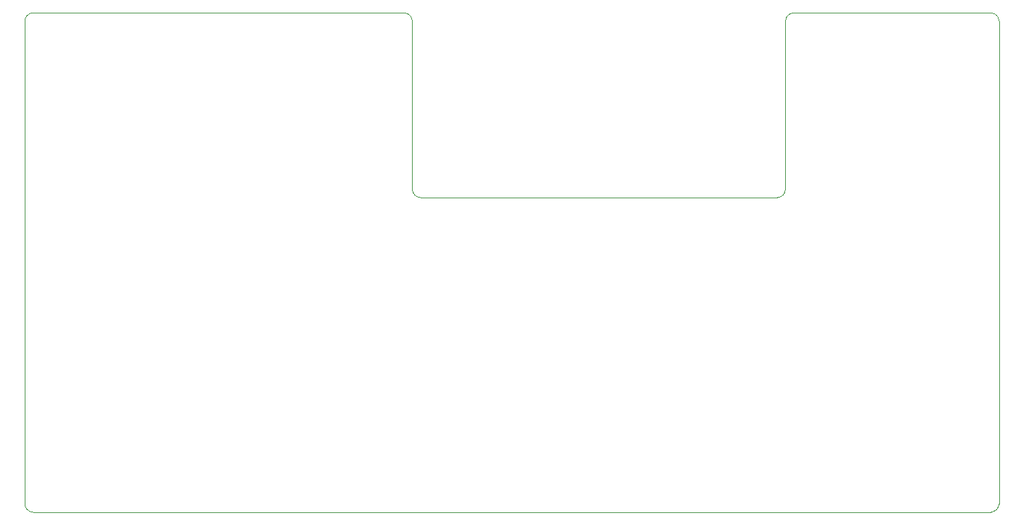
<source format=gbr>
%TF.GenerationSoftware,KiCad,Pcbnew,9.0.0*%
%TF.CreationDate,2025-03-11T00:37:20+03:00*%
%TF.ProjectId,delta_flop_arduino2,64656c74-615f-4666-9c6f-705f61726475,1*%
%TF.SameCoordinates,Original*%
%TF.FileFunction,Profile,NP*%
%FSLAX46Y46*%
G04 Gerber Fmt 4.6, Leading zero omitted, Abs format (unit mm)*
G04 Created by KiCad (PCBNEW 9.0.0) date 2025-03-11 00:37:20*
%MOMM*%
%LPD*%
G01*
G04 APERTURE LIST*
%TA.AperFunction,Profile*%
%ADD10C,0.100000*%
%TD*%
G04 APERTURE END LIST*
D10*
X92376400Y-53999250D02*
G75*
G02*
X93376400Y-52999200I1000000J50D01*
G01*
X137807600Y-52999250D02*
G75*
G02*
X138807550Y-53999250I0J-999950D01*
G01*
X93376400Y-112892450D02*
G75*
G02*
X92376450Y-111892450I0J999950D01*
G01*
X183511600Y-74148050D02*
X183511600Y-53999250D01*
X208100000Y-52999250D02*
G75*
G02*
X209099950Y-53999250I0J-999950D01*
G01*
X209100000Y-53999250D02*
X209100000Y-111892450D01*
X183511600Y-53999250D02*
G75*
G02*
X184511600Y-52999200I1000000J50D01*
G01*
X92376400Y-111892450D02*
X92376400Y-53999250D01*
X184511600Y-52999250D02*
X208100000Y-52999250D01*
X183511600Y-74148050D02*
G75*
G02*
X182511600Y-75148100I-1000000J-50D01*
G01*
X209100000Y-111892450D02*
G75*
G02*
X208100000Y-112892500I-1000000J-50D01*
G01*
X139807600Y-75148050D02*
G75*
G02*
X138807650Y-74148050I0J999950D01*
G01*
X208100000Y-112892450D02*
X93376400Y-112892450D01*
X93376400Y-52999250D02*
X137807600Y-52999250D01*
X139807600Y-75148050D02*
X182511600Y-75148050D01*
X138807600Y-53999250D02*
X138807600Y-74148050D01*
M02*

</source>
